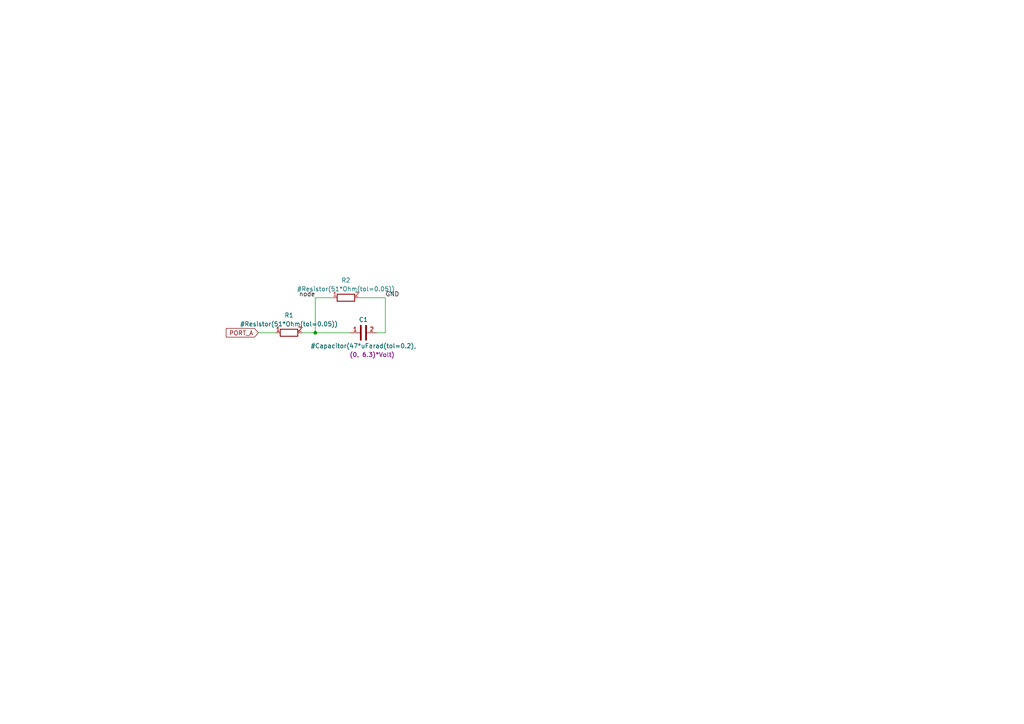
<source format=kicad_sch>
(kicad_sch (version 20231120) (generator "eeschema") (generator_version "8.0")
  (paper "A4")
  (title_block (title "Simple Circuit") (date "2022-08-02") (rev "v01"))
  (lib_symbols
    (symbol "Device:C" (pin_names (offset 0.254))
      (property "Reference" "C" (at 0.635 2.54 0))
      (property "Value" "C" (at 0.635 -2.54 0))
      (symbol "C_0_1"
        (polyline (pts (xy -2.032 -0.762) (xy 2.032 -0.762)) (stroke (width 0.508)))
        (polyline (pts (xy -2.032 0.762) (xy 2.032 0.762)) (stroke (width 0.508)))
      )
      (symbol "C_1_1"
        (pin passive line (at 0 3.81 270) (length 2.794) (name "~") (number "1"))
        (pin passive line (at 0 -3.81 90) (length 2.794) (name "~") (number "2"))
      )
    )
    (symbol "Device:R" (pin_names (offset 0))
      (property "Reference" "R" (at 2.032 0 90))
      (property "Value" "R" (at 0 0 90))
      (symbol "R_0_1"
        (rectangle (start -1.016 -2.54) (end 1.016 2.54) (stroke (width 0.254)))
      )
      (symbol "R_1_1"
        (pin passive line (at 0 3.81 270) (length 1.27) (name "~") (number "1"))
        (pin passive line (at 0 -3.81 90) (length 1.27) (name "~") (number "2"))
      )
    )
  )
  (junction (at 91.44 96.52))
  (wire (pts (xy 91.44 86.36) (xy 91.44 96.52)))
  (wire (pts (xy 111.76 86.36) (xy 111.76 96.52)))
  (wire (pts (xy 104.14 86.36) (xy 111.76 86.36)))
  (wire (pts (xy 74.93 96.52) (xy 80.01 96.52)))
  (wire (pts (xy 91.44 86.36) (xy 96.52 86.36)))
  (wire (pts (xy 87.63 96.52) (xy 91.44 96.52)))
  (wire (pts (xy 109.22 96.52) (xy 111.76 96.52)))
  (wire (pts (xy 91.44 96.52) (xy 101.6 96.52)))
  (label "node" (at 91.44 86.36 180))
  (label "GND" (at 111.76 86.36 0))
  (global_label "PORT_A" (shape input) (at 74.93 96.52 180) (property "Intersheetrefs" "${INTERSHEET_REFS}" (effects (hide yes))))
  (symbol (lib_id "Device:R") (at 100.33 86.36 90) (unit 1)
    (property "Reference" "R2" (at 100.33 81.28 90))
    (property "Value" "#Resistor(51*Ohm(tol=0.05))" (at 100.33 83.82 90))
  )
  (symbol (lib_id "Device:R") (at 83.82 96.52 90) (unit 1)
    (property "Reference" "R1" (at 83.82 91.44 90))
    (property "Value" "#Resistor(51*Ohm(tol=0.05))" (at 83.82 93.98 90))
  )
  (symbol (lib_id "Device:C") (at 105.41 96.52 90) (unit 1)
    (property "Reference" "C1" (at 105.41 92.71 90))
    (property "Value" "#Capacitor(47*uFarad(tol=0.2)," (at 105.41 100.33 90))
    (property "Value2" "(0, 6.3)*Volt)" (at 101.346 102.87 90) (effects (justify right)))
  )
)
</source>
